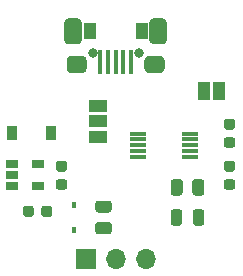
<source format=gbr>
%TF.GenerationSoftware,KiCad,Pcbnew,(5.1.9)-1*%
%TF.CreationDate,2022-01-17T18:13:00-05:00*%
%TF.ProjectId,USBUPDI,55534255-5044-4492-9e6b-696361645f70,rev?*%
%TF.SameCoordinates,Original*%
%TF.FileFunction,Soldermask,Top*%
%TF.FilePolarity,Negative*%
%FSLAX46Y46*%
G04 Gerber Fmt 4.6, Leading zero omitted, Abs format (unit mm)*
G04 Created by KiCad (PCBNEW (5.1.9)-1) date 2022-01-17 18:13:00*
%MOMM*%
%LPD*%
G01*
G04 APERTURE LIST*
%ADD10R,1.400000X0.300000*%
%ADD11R,1.060000X0.650000*%
%ADD12R,1.500000X1.000000*%
%ADD13R,1.000000X1.500000*%
%ADD14O,1.700000X1.700000*%
%ADD15R,1.700000X1.700000*%
%ADD16R,1.100000X1.350000*%
%ADD17C,0.800000*%
%ADD18R,0.400000X2.000000*%
%ADD19R,0.900000X1.200000*%
%ADD20R,0.450000X0.600000*%
G04 APERTURE END LIST*
D10*
%TO.C,U2*%
X182794000Y-138700000D03*
X182794000Y-139200000D03*
X182794000Y-139700000D03*
X182794000Y-140200000D03*
X182794000Y-140700000D03*
X178394000Y-140700000D03*
X178394000Y-140200000D03*
X178394000Y-139700000D03*
X178394000Y-139200000D03*
X178394000Y-138700000D03*
%TD*%
D11*
%TO.C,U1*%
X169970000Y-141266000D03*
X169970000Y-143166000D03*
X167770000Y-143166000D03*
X167770000Y-142216000D03*
X167770000Y-141266000D03*
%TD*%
%TO.C,R2*%
G36*
G01*
X175063999Y-146196000D02*
X175964001Y-146196000D01*
G75*
G02*
X176214000Y-146445999I0J-249999D01*
G01*
X176214000Y-146971001D01*
G75*
G02*
X175964001Y-147221000I-249999J0D01*
G01*
X175063999Y-147221000D01*
G75*
G02*
X174814000Y-146971001I0J249999D01*
G01*
X174814000Y-146445999D01*
G75*
G02*
X175063999Y-146196000I249999J0D01*
G01*
G37*
G36*
G01*
X175063999Y-144371000D02*
X175964001Y-144371000D01*
G75*
G02*
X176214000Y-144620999I0J-249999D01*
G01*
X176214000Y-145146001D01*
G75*
G02*
X175964001Y-145396000I-249999J0D01*
G01*
X175063999Y-145396000D01*
G75*
G02*
X174814000Y-145146001I0J249999D01*
G01*
X174814000Y-144620999D01*
G75*
G02*
X175063999Y-144371000I249999J0D01*
G01*
G37*
%TD*%
%TO.C,R1*%
G36*
G01*
X183026000Y-143706001D02*
X183026000Y-142805999D01*
G75*
G02*
X183275999Y-142556000I249999J0D01*
G01*
X183801001Y-142556000D01*
G75*
G02*
X184051000Y-142805999I0J-249999D01*
G01*
X184051000Y-143706001D01*
G75*
G02*
X183801001Y-143956000I-249999J0D01*
G01*
X183275999Y-143956000D01*
G75*
G02*
X183026000Y-143706001I0J249999D01*
G01*
G37*
G36*
G01*
X181201000Y-143706001D02*
X181201000Y-142805999D01*
G75*
G02*
X181450999Y-142556000I249999J0D01*
G01*
X181976001Y-142556000D01*
G75*
G02*
X182226000Y-142805999I0J-249999D01*
G01*
X182226000Y-143706001D01*
G75*
G02*
X181976001Y-143956000I-249999J0D01*
G01*
X181450999Y-143956000D01*
G75*
G02*
X181201000Y-143706001I0J249999D01*
G01*
G37*
%TD*%
D12*
%TO.C,VCC*%
X175006000Y-138968000D03*
X175006000Y-137668000D03*
X175006000Y-136368000D03*
%TD*%
D13*
%TO.C,JP1*%
X185308000Y-135128000D03*
X184008000Y-135128000D03*
%TD*%
D14*
%TO.C,J2*%
X179070000Y-149352000D03*
X176530000Y-149352000D03*
D15*
X173990000Y-149352000D03*
%TD*%
D16*
%TO.C,J1*%
X174330000Y-130048000D03*
X178730000Y-130048000D03*
D17*
X174580000Y-131878000D03*
X178480000Y-131878000D03*
D18*
X177830000Y-132648000D03*
X177180000Y-132648000D03*
X176530000Y-132648000D03*
X175880000Y-132648000D03*
X175230000Y-132648000D03*
G36*
G01*
X179380000Y-130773000D02*
X179380000Y-129323000D01*
G75*
G02*
X179755000Y-128948000I375000J0D01*
G01*
X180505000Y-128948000D01*
G75*
G02*
X180880000Y-129323000I0J-375000D01*
G01*
X180880000Y-130773000D01*
G75*
G02*
X180505000Y-131148000I-375000J0D01*
G01*
X179755000Y-131148000D01*
G75*
G02*
X179380000Y-130773000I0J375000D01*
G01*
G37*
G36*
G01*
X172180000Y-130773000D02*
X172180000Y-129323000D01*
G75*
G02*
X172555000Y-128948000I375000J0D01*
G01*
X173305000Y-128948000D01*
G75*
G02*
X173680000Y-129323000I0J-375000D01*
G01*
X173680000Y-130773000D01*
G75*
G02*
X173305000Y-131148000I-375000J0D01*
G01*
X172555000Y-131148000D01*
G75*
G02*
X172180000Y-130773000I0J375000D01*
G01*
G37*
G36*
G01*
X172380000Y-133223000D02*
X172380000Y-132473000D01*
G75*
G02*
X172755000Y-132098000I375000J0D01*
G01*
X173705000Y-132098000D01*
G75*
G02*
X174080000Y-132473000I0J-375000D01*
G01*
X174080000Y-133223000D01*
G75*
G02*
X173705000Y-133598000I-375000J0D01*
G01*
X172755000Y-133598000D01*
G75*
G02*
X172380000Y-133223000I0J375000D01*
G01*
G37*
G36*
G01*
X178980000Y-133223000D02*
X178980000Y-132473000D01*
G75*
G02*
X179355000Y-132098000I375000J0D01*
G01*
X180305000Y-132098000D01*
G75*
G02*
X180680000Y-132473000I0J-375000D01*
G01*
X180680000Y-133223000D01*
G75*
G02*
X180305000Y-133598000I-375000J0D01*
G01*
X179355000Y-133598000D01*
G75*
G02*
X178980000Y-133223000I0J375000D01*
G01*
G37*
%TD*%
D19*
%TO.C,D3*%
X171068000Y-138684000D03*
X167768000Y-138684000D03*
%TD*%
D20*
%TO.C,D2*%
X172974000Y-146846000D03*
X172974000Y-144746000D03*
%TD*%
%TO.C,D1*%
G36*
G01*
X183076000Y-146252250D02*
X183076000Y-145339750D01*
G75*
G02*
X183319750Y-145096000I243750J0D01*
G01*
X183807250Y-145096000D01*
G75*
G02*
X184051000Y-145339750I0J-243750D01*
G01*
X184051000Y-146252250D01*
G75*
G02*
X183807250Y-146496000I-243750J0D01*
G01*
X183319750Y-146496000D01*
G75*
G02*
X183076000Y-146252250I0J243750D01*
G01*
G37*
G36*
G01*
X181201000Y-146252250D02*
X181201000Y-145339750D01*
G75*
G02*
X181444750Y-145096000I243750J0D01*
G01*
X181932250Y-145096000D01*
G75*
G02*
X182176000Y-145339750I0J-243750D01*
G01*
X182176000Y-146252250D01*
G75*
G02*
X181932250Y-146496000I-243750J0D01*
G01*
X181444750Y-146496000D01*
G75*
G02*
X181201000Y-146252250I0J243750D01*
G01*
G37*
%TD*%
%TO.C,C4*%
G36*
G01*
X185932000Y-142565000D02*
X186432000Y-142565000D01*
G75*
G02*
X186657000Y-142790000I0J-225000D01*
G01*
X186657000Y-143240000D01*
G75*
G02*
X186432000Y-143465000I-225000J0D01*
G01*
X185932000Y-143465000D01*
G75*
G02*
X185707000Y-143240000I0J225000D01*
G01*
X185707000Y-142790000D01*
G75*
G02*
X185932000Y-142565000I225000J0D01*
G01*
G37*
G36*
G01*
X185932000Y-141015000D02*
X186432000Y-141015000D01*
G75*
G02*
X186657000Y-141240000I0J-225000D01*
G01*
X186657000Y-141690000D01*
G75*
G02*
X186432000Y-141915000I-225000J0D01*
G01*
X185932000Y-141915000D01*
G75*
G02*
X185707000Y-141690000I0J225000D01*
G01*
X185707000Y-141240000D01*
G75*
G02*
X185932000Y-141015000I225000J0D01*
G01*
G37*
%TD*%
%TO.C,C3*%
G36*
G01*
X185932000Y-139009000D02*
X186432000Y-139009000D01*
G75*
G02*
X186657000Y-139234000I0J-225000D01*
G01*
X186657000Y-139684000D01*
G75*
G02*
X186432000Y-139909000I-225000J0D01*
G01*
X185932000Y-139909000D01*
G75*
G02*
X185707000Y-139684000I0J225000D01*
G01*
X185707000Y-139234000D01*
G75*
G02*
X185932000Y-139009000I225000J0D01*
G01*
G37*
G36*
G01*
X185932000Y-137459000D02*
X186432000Y-137459000D01*
G75*
G02*
X186657000Y-137684000I0J-225000D01*
G01*
X186657000Y-138134000D01*
G75*
G02*
X186432000Y-138359000I-225000J0D01*
G01*
X185932000Y-138359000D01*
G75*
G02*
X185707000Y-138134000I0J225000D01*
G01*
X185707000Y-137684000D01*
G75*
G02*
X185932000Y-137459000I225000J0D01*
G01*
G37*
%TD*%
%TO.C,C2*%
G36*
G01*
X171708000Y-141015000D02*
X172208000Y-141015000D01*
G75*
G02*
X172433000Y-141240000I0J-225000D01*
G01*
X172433000Y-141690000D01*
G75*
G02*
X172208000Y-141915000I-225000J0D01*
G01*
X171708000Y-141915000D01*
G75*
G02*
X171483000Y-141690000I0J225000D01*
G01*
X171483000Y-141240000D01*
G75*
G02*
X171708000Y-141015000I225000J0D01*
G01*
G37*
G36*
G01*
X171708000Y-142565000D02*
X172208000Y-142565000D01*
G75*
G02*
X172433000Y-142790000I0J-225000D01*
G01*
X172433000Y-143240000D01*
G75*
G02*
X172208000Y-143465000I-225000J0D01*
G01*
X171708000Y-143465000D01*
G75*
G02*
X171483000Y-143240000I0J225000D01*
G01*
X171483000Y-142790000D01*
G75*
G02*
X171708000Y-142565000I225000J0D01*
G01*
G37*
%TD*%
%TO.C,C1*%
G36*
G01*
X170251000Y-145538000D02*
X170251000Y-145038000D01*
G75*
G02*
X170476000Y-144813000I225000J0D01*
G01*
X170926000Y-144813000D01*
G75*
G02*
X171151000Y-145038000I0J-225000D01*
G01*
X171151000Y-145538000D01*
G75*
G02*
X170926000Y-145763000I-225000J0D01*
G01*
X170476000Y-145763000D01*
G75*
G02*
X170251000Y-145538000I0J225000D01*
G01*
G37*
G36*
G01*
X168701000Y-145538000D02*
X168701000Y-145038000D01*
G75*
G02*
X168926000Y-144813000I225000J0D01*
G01*
X169376000Y-144813000D01*
G75*
G02*
X169601000Y-145038000I0J-225000D01*
G01*
X169601000Y-145538000D01*
G75*
G02*
X169376000Y-145763000I-225000J0D01*
G01*
X168926000Y-145763000D01*
G75*
G02*
X168701000Y-145538000I0J225000D01*
G01*
G37*
%TD*%
M02*

</source>
